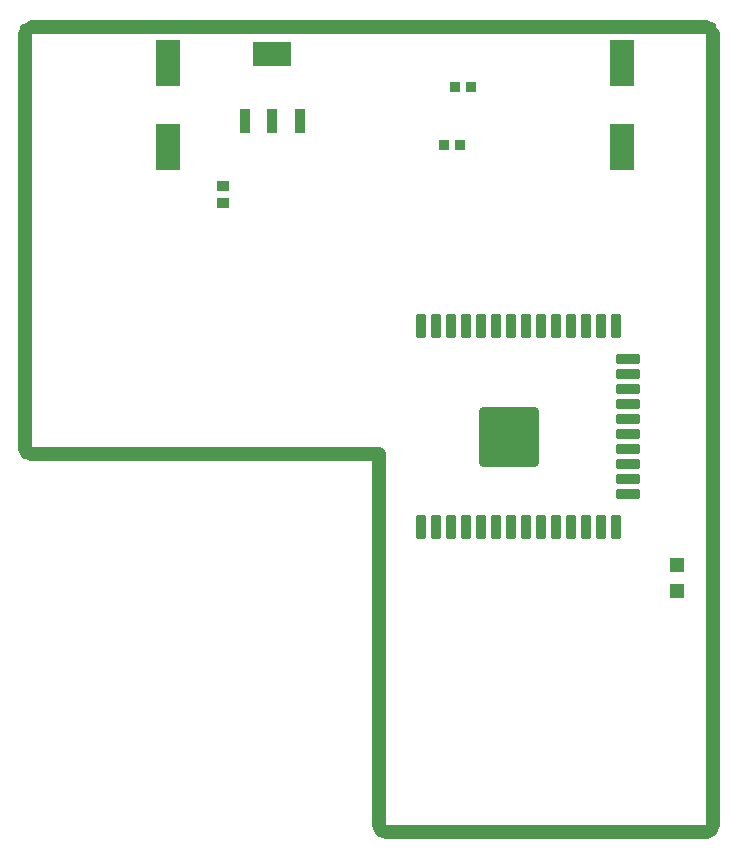
<source format=gtp>
G04*
G04 #@! TF.GenerationSoftware,Altium Limited,CircuitMaker,2.0.3 (51)*
G04*
G04 Layer_Color=7318015*
%FSLAX25Y25*%
%MOIN*%
G70*
G04*
G04 #@! TF.SameCoordinates,F5335DBB-8355-4FF0-A9BA-B13CC3796949*
G04*
G04*
G04 #@! TF.FilePolarity,Positive*
G04*
G01*
G75*
%ADD14C,0.04724*%
G04:AMPARAMS|DCode=15|XSize=196.85mil|YSize=196.85mil|CornerRadius=9.84mil|HoleSize=0mil|Usage=FLASHONLY|Rotation=90.000|XOffset=0mil|YOffset=0mil|HoleType=Round|Shape=RoundedRectangle|*
%AMROUNDEDRECTD15*
21,1,0.19685,0.17716,0,0,90.0*
21,1,0.17716,0.19685,0,0,90.0*
1,1,0.01968,0.08858,0.08858*
1,1,0.01968,0.08858,-0.08858*
1,1,0.01968,-0.08858,-0.08858*
1,1,0.01968,-0.08858,0.08858*
%
%ADD15ROUNDEDRECTD15*%
G04:AMPARAMS|DCode=16|XSize=78.74mil|YSize=35.43mil|CornerRadius=5.32mil|HoleSize=0mil|Usage=FLASHONLY|Rotation=180.000|XOffset=0mil|YOffset=0mil|HoleType=Round|Shape=RoundedRectangle|*
%AMROUNDEDRECTD16*
21,1,0.07874,0.02480,0,0,180.0*
21,1,0.06811,0.03543,0,0,180.0*
1,1,0.01063,-0.03406,0.01240*
1,1,0.01063,0.03406,0.01240*
1,1,0.01063,0.03406,-0.01240*
1,1,0.01063,-0.03406,-0.01240*
%
%ADD16ROUNDEDRECTD16*%
G04:AMPARAMS|DCode=17|XSize=78.74mil|YSize=35.43mil|CornerRadius=5.32mil|HoleSize=0mil|Usage=FLASHONLY|Rotation=90.000|XOffset=0mil|YOffset=0mil|HoleType=Round|Shape=RoundedRectangle|*
%AMROUNDEDRECTD17*
21,1,0.07874,0.02480,0,0,90.0*
21,1,0.06811,0.03543,0,0,90.0*
1,1,0.01063,0.01240,0.03406*
1,1,0.01063,0.01240,-0.03406*
1,1,0.01063,-0.01240,-0.03406*
1,1,0.01063,-0.01240,0.03406*
%
%ADD17ROUNDEDRECTD17*%
%ADD18R,0.07874X0.15748*%
%ADD19R,0.12598X0.08268*%
%ADD20R,0.03543X0.08268*%
%ADD21R,0.05118X0.04528*%
%ADD22R,0.03347X0.03740*%
%ADD23R,0.04331X0.03740*%
D14*
X266435Y263780D02*
G03*
X264073Y266142I-2362J-0D01*
G01*
X266435Y263780D02*
G03*
X264073Y266142I-2362J-0D01*
G01*
X264075Y-2362D02*
G03*
X266437Y0I0J2362D01*
G01*
X264075Y-2362D02*
G03*
X266437Y0I0J2362D01*
G01*
X39370Y266142D02*
G03*
X37008Y263779I0J-2362D01*
G01*
X39370Y266142D02*
G03*
X37008Y263779I0J-2362D01*
G01*
X155118Y0D02*
G03*
X157480Y-2362I2362J0D01*
G01*
X37008Y125984D02*
G03*
X39370Y123622I2362J0D01*
G01*
X37008Y125984D02*
G03*
X39370Y123622I2362J0D01*
G01*
X155118Y0D02*
G03*
X157480Y-2362I2362J0D01*
G01*
X266435Y263780D02*
X266437Y0D01*
X157480Y-2362D02*
X264075D01*
X155118Y0D02*
Y123622D01*
X39370Y266142D02*
X264073D01*
X37008Y125984D02*
Y263780D01*
X39370Y123622D02*
X155118D01*
D15*
X198543Y129303D02*
D03*
D16*
X237980Y155571D02*
D03*
Y110571D02*
D03*
X238043Y115571D02*
D03*
X237980Y120571D02*
D03*
Y125571D02*
D03*
Y130571D02*
D03*
Y135571D02*
D03*
Y140571D02*
D03*
Y145571D02*
D03*
Y150571D02*
D03*
D17*
X234043Y166535D02*
D03*
X169043D02*
D03*
X174043D02*
D03*
X179043D02*
D03*
X184043D02*
D03*
X189043D02*
D03*
X194043D02*
D03*
X199043D02*
D03*
X204043D02*
D03*
X209043D02*
D03*
X214043D02*
D03*
X219043D02*
D03*
X224043D02*
D03*
X229043D02*
D03*
Y99606D02*
D03*
X224043D02*
D03*
X219043D02*
D03*
X214043D02*
D03*
X209043D02*
D03*
X204043D02*
D03*
X199043D02*
D03*
X194043D02*
D03*
X189043D02*
D03*
X184043D02*
D03*
X179043D02*
D03*
X174043D02*
D03*
X169043D02*
D03*
X234043D02*
D03*
D18*
X84646Y226181D02*
D03*
Y254134D02*
D03*
X236220Y226181D02*
D03*
Y254134D02*
D03*
D19*
X119614Y257087D02*
D03*
D20*
X128669Y234646D02*
D03*
X119614D02*
D03*
X110559D02*
D03*
D21*
X254331Y86811D02*
D03*
Y77953D02*
D03*
D22*
X185728Y246063D02*
D03*
X180413D02*
D03*
X176772Y226673D02*
D03*
X182087D02*
D03*
D23*
X103051Y212992D02*
D03*
Y207283D02*
D03*
M02*

</source>
